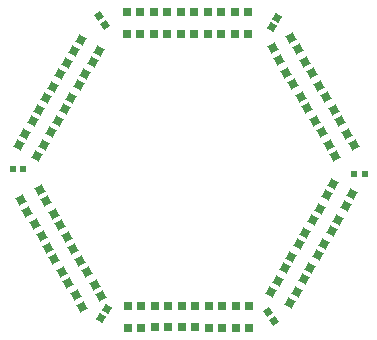
<source format=gtp>
G04*
G04 #@! TF.GenerationSoftware,Altium Limited,Altium Designer,24.6.1 (21)*
G04*
G04 Layer_Color=8421504*
%FSLAX25Y25*%
%MOIN*%
G70*
G04*
G04 #@! TF.SameCoordinates,E7EFAE83-DE6B-43C8-B1E7-83CE5A6567CB*
G04*
G04*
G04 #@! TF.FilePolarity,Positive*
G04*
G01*
G75*
%ADD14R,0.02756X0.02756*%
%ADD15P,0.03452X4X375.0*%
%ADD16P,0.03452X4X80.0*%
%ADD17P,0.03897X4X375.0*%
%ADD18P,0.03897X4X75.0*%
%ADD19R,0.02441X0.02441*%
D14*
X106600Y41963D02*
D03*
X106600Y34759D02*
D03*
X102269Y34759D02*
D03*
X102269Y41963D02*
D03*
X93244D02*
D03*
X93244Y34759D02*
D03*
X97575Y34759D02*
D03*
X97575Y41963D02*
D03*
X106431Y132695D02*
D03*
X106431Y139900D02*
D03*
X102100Y139900D02*
D03*
X102100Y132695D02*
D03*
X93100D02*
D03*
X93100Y139900D02*
D03*
X97431Y139900D02*
D03*
X97431Y132695D02*
D03*
X88431Y132695D02*
D03*
X88431Y139900D02*
D03*
X84100Y139900D02*
D03*
X84100Y132695D02*
D03*
X75100D02*
D03*
X75100Y139900D02*
D03*
X79431Y139900D02*
D03*
X79431Y132695D02*
D03*
X70431D02*
D03*
X70431Y139900D02*
D03*
X66100Y139900D02*
D03*
X66100Y132695D02*
D03*
X70500Y41963D02*
D03*
X70500Y34759D02*
D03*
X66169Y34759D02*
D03*
Y41963D02*
D03*
X79525Y42064D02*
D03*
X79525Y34859D02*
D03*
X75194Y34859D02*
D03*
X75194Y42064D02*
D03*
X88550Y42064D02*
D03*
X88550Y34859D02*
D03*
X84219Y34859D02*
D03*
X84219Y42064D02*
D03*
D15*
X59186Y41034D02*
D03*
X57414Y37966D02*
D03*
X114314Y134866D02*
D03*
X116086Y137934D02*
D03*
D16*
X113084Y39851D02*
D03*
X115116Y36949D02*
D03*
X58716Y135749D02*
D03*
X56684Y138651D02*
D03*
D17*
X116264Y50430D02*
D03*
X122504Y46828D02*
D03*
X120339Y43077D02*
D03*
X114099Y46679D02*
D03*
X120765Y58330D02*
D03*
X127004Y54728D02*
D03*
X124839Y50977D02*
D03*
X118599Y54580D02*
D03*
X125464Y66430D02*
D03*
X131704Y62828D02*
D03*
X129539Y59077D02*
D03*
X123299Y62679D02*
D03*
X130165Y74430D02*
D03*
X136404Y70828D02*
D03*
X134239Y67077D02*
D03*
X127999Y70679D02*
D03*
X134736Y82788D02*
D03*
X140976Y79185D02*
D03*
X138810Y75435D02*
D03*
X132571Y79037D02*
D03*
X54592Y123354D02*
D03*
X48352Y126957D02*
D03*
X50518Y130707D02*
D03*
X56757Y127105D02*
D03*
X52057Y119405D02*
D03*
X45818Y123007D02*
D03*
X43652Y119257D02*
D03*
X49892Y115655D02*
D03*
X45292Y107755D02*
D03*
X39052Y111357D02*
D03*
X41218Y115107D02*
D03*
X47457Y111505D02*
D03*
X42893Y103693D02*
D03*
X36654Y107295D02*
D03*
X34489Y103545D02*
D03*
X40728Y99942D02*
D03*
X36092Y92054D02*
D03*
X29852Y95657D02*
D03*
X32018Y99407D02*
D03*
X38257Y95805D02*
D03*
D18*
X133193Y95709D02*
D03*
X139432Y99311D02*
D03*
X141598Y95561D02*
D03*
X135358Y91958D02*
D03*
X128693Y103809D02*
D03*
X134932Y107411D02*
D03*
X137098Y103661D02*
D03*
X130858Y100058D02*
D03*
X123893Y111709D02*
D03*
X130132Y115311D02*
D03*
X132298Y111561D02*
D03*
X126058Y107958D02*
D03*
X119128Y119842D02*
D03*
X125368Y123445D02*
D03*
X127533Y119694D02*
D03*
X121293Y116092D02*
D03*
X114493Y127909D02*
D03*
X120732Y131511D02*
D03*
X122898Y127761D02*
D03*
X116658Y124158D02*
D03*
X36863Y80793D02*
D03*
X30623Y77190D02*
D03*
X32789Y73440D02*
D03*
X39028Y77042D02*
D03*
X43728Y69042D02*
D03*
X37489Y65440D02*
D03*
X35323Y69190D02*
D03*
X41563Y72793D02*
D03*
X45863Y64893D02*
D03*
X39623Y61290D02*
D03*
X41789Y57540D02*
D03*
X48028Y61142D02*
D03*
X52628Y53242D02*
D03*
X46389Y49640D02*
D03*
X44223Y53390D02*
D03*
X50463Y56993D02*
D03*
X55198Y49126D02*
D03*
X48959Y45524D02*
D03*
X51124Y41773D02*
D03*
X57363Y45376D02*
D03*
D19*
X31400Y87700D02*
D03*
X27857D02*
D03*
X141628Y86100D02*
D03*
X145172D02*
D03*
M02*

</source>
